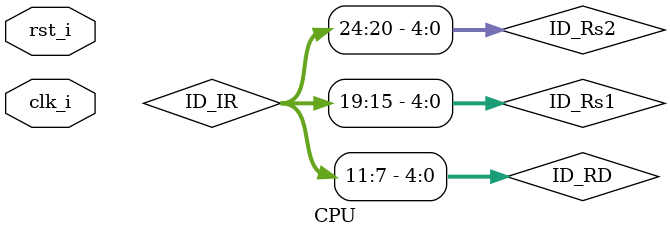
<source format=v>
module CPU
(
    clk_i, 
    rst_i,
);

input clk_i;
input rst_i;

wire [31:0] pc, pc_next, IF_PC_i, IF_IR;
wire NoOp, PCWrite, Stall;

wire [31:0] ID_IR;
wire [31:0] ID_PC;

wire [31:0] ID_data1, ID_data2, ID_imme;
wire [4:0] ID_RD, ID_Rs1, ID_Rs2;
assign ID_RD = ID_IR[11:7];
assign ID_Rs1 = ID_IR[19:15];
assign ID_Rs2 = ID_IR[24:20];

wire ID_RegWrite, ID_MemtoReg;
wire ID_MemRead, ID_MemWrite;
wire ID_ALUSrc, ID_Branch;
wire [1:0] ID_ALUOp;

wire ID_to_branch, ID_FlushIF;
assign ID_to_branch = (ID_data1 == ID_data2) & ID_Branch;
assign ID_FlushIF = ID_to_branch;

wire [31:0] ID_branch_PC;
assign ID_branch_PC = (ID_imme << 1) + ID_PC;

wire [11:0] imme_o;

wire [31:0] EX_A, EX_B, EX_imme, EX_PC;
wire [4:0] EX_RD, EX_Rs1, EX_Rs2;
wire [31:0] EX_IR;

wire EX_RegWrite, EX_MemtoReg, EX_MemRead, EX_MemWrite, EX_ALUSrc;
wire [1:0] EX_ALUOp;

wire signed [31:0] EX_ALUout;

wire [31:0] MUX_A_o, MUX_B_o;
wire [31:0] ALU_A_i, ALU_B_i;
wire [2:0] ALUctl;

assign ALU_A_i = MUX_A_o;


wire [31:0] MEM_ALUout, MEM_WD;
wire [4:0] MEM_RD;
wire MEM_RegWrite, MEM_MemtoReg, MEM_MemRead,MEM_MemWrite;

wire [31:0] MEM_MD;

wire [31:0] WB_ALUout, WB_MD;
wire [4:0] WB_Rd;
wire WB_MemtoReg, WB_RegWrite;

wire [31:0] WB_RDdata;
wire [1:0] Forward_A, Forward_B;


MUX32 MUX_PC (
	.src0_i(pc_next),
	.src1_i(ID_branch_PC),
	.select_i(ID_to_branch),
	.res_o(IF_PC_i)
);

PC PC (
	.clk_i(clk_i),
	.rst_i(rst_i),
	.PCWrite_i(PCWrite),
	.pc_i(IF_PC_i),
	.pc_o(pc)
);

Adder Add_PC(
	.src1_i(pc),
	.src2_i(32'd4),
	.res_o(pc_next)
);

Instruction_Memory Instruction_Memory(
	.addr_i(pc),
	.instr_o(IF_IR)
);

Pipeline_IF_ID IF_ID(
	.clk_i(clk_i),
	.rst_i(rst_i),
	.instr_i(IF_IR),
	.pc_i(pc),
	.instr_o(ID_IR),
	.pc_o(ID_PC),
	.Flush_i(ID_FlushIF),
	.Stall_i(Stall)
);

Registers Registers(
	.rst_i(rst_i),
	.clk_i(clk_i),

	.RS1addr_i(ID_Rs1),
	.RS2addr_i(ID_Rs2),

	.RDaddr_i(WB_Rd),
	.RDdata_i(WB_RDdata),
	.RegWrite_i(WB_RegWrite),

	.RS1data_o(ID_data1),
	.RS2data_o(ID_data2)
);

Imm_Gen Imm_Gen (
	.instr(ID_IR),
	.immed(imme_o)
);

Sign_Extend Sign_Extend(
	.data_i(imme_o),
	.data_o(ID_imme)
);

Control Control(
	.Op_i(ID_IR[6:0]),
	.NoOp_i(NoOp),
	.ALUOp_o(ID_ALUOp),
	.ALUSrc_o(ID_ALUSrc),
	.RegWrite_o(ID_RegWrite),
	.MemtoReg_o(ID_MemtoReg),
	.MemRead_o(ID_MemRead),
	.MemWrite_o(ID_MemWrite),
	.Branch_o(ID_Branch)
);

Pipeline_ID_EX ID_EX(
	.clk_i(clk_i),
	.rst_i(rst_i),

	.A_i(ID_data1),
	.B_i(ID_data2),
	.imme_i(ID_imme),
	.PC_i(ID_PC),
	.RD_i(ID_RD),

	.A_o(EX_A),
	.B_o(EX_B),
	.imme_o(EX_imme),
	.PC_o(EX_PC),
	.RD_o(EX_RD),

	.RegWrite_i(ID_RegWrite),
	.MemtoReg_i(ID_MemtoReg),
	.MemRead_i(ID_MemRead),
	.MemWrite_i(ID_MemWrite),
	.ALUOp_i(ID_ALUOp),
	.ALUSrc_i(ID_ALUSrc),

	.RegWrite_o(EX_RegWrite),
	.MemtoReg_o(EX_MemtoReg),
	.MemRead_o(EX_MemRead),
	.MemWrite_o(EX_MemWrite),
	.ALUOp_o(EX_ALUOp),
	.ALUSrc_o(EX_ALUSrc),

	.Rs1_i(ID_Rs1),
	.Rs2_i(ID_Rs2),
	.Rs1_o(EX_Rs1),
	.Rs2_o(EX_Rs2),

	.IR_i(ID_IR),
	.IR_o(EX_IR)
);

MUX32_Double MUX_A(
	.src00_i(EX_A),
	.src01_i(WB_RDdata),
	.src10_i(MEM_ALUout),
	.src11_i(0),
	.select_i(Forward_A),
	.res_o(MUX_A_o)
);

MUX32_Double MUX_B(
	.src00_i(EX_B),
	.src01_i(WB_RDdata),
	.src10_i(MEM_ALUout),
	.src11_i(0),
	.select_i(Forward_B),
	.res_o(MUX_B_o)
);

MUX32 MUX_ALUSrc(
	.src0_i(MUX_B_o),
	.src1_i(EX_imme),
	.select_i(EX_ALUSrc),
	.res_o(ALU_B_i)
);


ALU ALU(
	.src1_i(ALU_A_i),
	.src2_i(ALU_B_i),
	.ALUCtr_i(ALUctl),
	.res_o(EX_ALUout)
);

ALU_Control ALU_Control(
	.ALUOp_i(EX_ALUOp),
	.funct7_i(EX_IR[31:25]),
	.funct3_i(EX_IR[14:12]),
	.ALUCtr_o(ALUctl)
);

Pipeline_EX_MEM EX_MEM (
	.clk_i(clk_i),
	.rst_i(rst_i),

	.ALUout_i(EX_ALUout),
	.WD_i(MUX_B_o),
	.RD_i(EX_RD),

	.ALUout_o(MEM_ALUout),
	.WD_o(MEM_WD),
	.RD_o(MEM_RD),

	.RegWrite_i(EX_RegWrite),
	.MemtoReg_i(EX_MemtoReg),
	.MemRead_i(EX_MemRead),
	.MemWrite_i(EX_MemWrite),

	.RegWrite_o(MEM_RegWrite),
	.MemtoReg_o(MEM_MemtoReg),
	.MemRead_o(MEM_MemRead),
	.MemWrite_o(MEM_MemWrite)
);


Data_Memory Data_Memory(
	.clk_i(clk_i),

	.addr_i(MEM_ALUout),
	.MemRead_i(MEM_MemRead),
	.MemWrite_i(MEM_MemWrite),
	.data_i(MEM_WD),

	.data_o(MEM_MD)
);

Pipeline_MEM_WB MEM_WB(
	.clk_i(clk_i),
	.rst_i(rst_i),

	.MD_i(MEM_MD),
	.ALUout_i(MEM_ALUout),
	.RD_i(MEM_RD),

	.MD_o(WB_MD),
	.ALUout_o(WB_ALUout),
	.RD_o(WB_Rd),

	.RegWrite_i(MEM_RegWrite),
	.MemtoReg_i(MEM_MemtoReg),
	.RegWrite_o(WB_RegWrite),
	.MemtoReg_o(WB_MemtoReg)
);

MUX32 MUX_WB(
	.src0_i(WB_ALUout),
	.src1_i(WB_MD),
	.select_i(WB_MemtoReg),
	.res_o(WB_RDdata)
);

Forwarder Forwarder (
	.EX_Rs1(EX_Rs1),
	.EX_Rs2(EX_Rs2),
	.MEM_RegWrite(MEM_RegWrite),
	.MEM_Rd(MEM_RD),
	.WB_RegWrite(WB_RegWrite),
	.WB_Rd(WB_Rd),

	.Forward_A(Forward_A),
	.Forward_B(Forward_B)
);

Hazard_Detection Hazard_Detection(
	.clk_i(clk_i),
	.rst_i(rst_i),
	.ID_Rs1(ID_Rs1),
	.ID_Rs2(ID_Rs2),
	.EX_MemRead(EX_MemRead),
	.EX_Rd(EX_RD),
	.NoOp(NoOp),
	.PCWrite(PCWrite),
	.Stall_o(Stall)
);

endmodule


</source>
